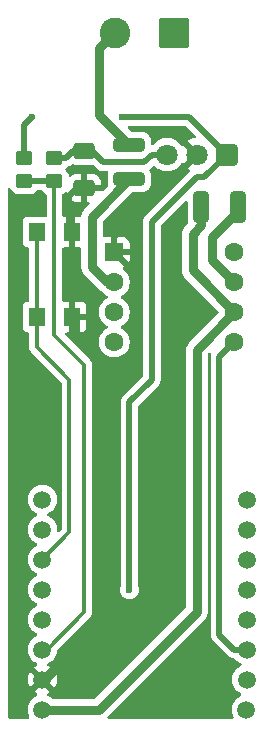
<source format=gbr>
G04 #@! TF.GenerationSoftware,KiCad,Pcbnew,9.0.6*
G04 #@! TF.CreationDate,2025-12-22T23:05:57+03:00*
G04 #@! TF.ProjectId,RainLight,5261696e-4c69-4676-9874-2e6b69636164,rev?*
G04 #@! TF.SameCoordinates,Original*
G04 #@! TF.FileFunction,Copper,L1,Top*
G04 #@! TF.FilePolarity,Positive*
%FSLAX46Y46*%
G04 Gerber Fmt 4.6, Leading zero omitted, Abs format (unit mm)*
G04 Created by KiCad (PCBNEW 9.0.6) date 2025-12-22 23:05:57*
%MOMM*%
%LPD*%
G01*
G04 APERTURE LIST*
G04 Aperture macros list*
%AMRoundRect*
0 Rectangle with rounded corners*
0 $1 Rounding radius*
0 $2 $3 $4 $5 $6 $7 $8 $9 X,Y pos of 4 corners*
0 Add a 4 corners polygon primitive as box body*
4,1,4,$2,$3,$4,$5,$6,$7,$8,$9,$2,$3,0*
0 Add four circle primitives for the rounded corners*
1,1,$1+$1,$2,$3*
1,1,$1+$1,$4,$5*
1,1,$1+$1,$6,$7*
1,1,$1+$1,$8,$9*
0 Add four rect primitives between the rounded corners*
20,1,$1+$1,$2,$3,$4,$5,0*
20,1,$1+$1,$4,$5,$6,$7,0*
20,1,$1+$1,$6,$7,$8,$9,0*
20,1,$1+$1,$8,$9,$2,$3,0*%
G04 Aperture macros list end*
G04 #@! TA.AperFunction,SMDPad,CuDef*
%ADD10RoundRect,0.250000X-0.650000X0.412500X-0.650000X-0.412500X0.650000X-0.412500X0.650000X0.412500X0*%
G04 #@! TD*
G04 #@! TA.AperFunction,SMDPad,CuDef*
%ADD11RoundRect,0.250000X-0.450000X0.350000X-0.450000X-0.350000X0.450000X-0.350000X0.450000X0.350000X0*%
G04 #@! TD*
G04 #@! TA.AperFunction,SMDPad,CuDef*
%ADD12RoundRect,0.250000X0.400000X1.075000X-0.400000X1.075000X-0.400000X-1.075000X0.400000X-1.075000X0*%
G04 #@! TD*
G04 #@! TA.AperFunction,SMDPad,CuDef*
%ADD13R,1.400000X1.600000*%
G04 #@! TD*
G04 #@! TA.AperFunction,ComponentPad*
%ADD14RoundRect,0.250000X-0.550000X-0.550000X0.550000X-0.550000X0.550000X0.550000X-0.550000X0.550000X0*%
G04 #@! TD*
G04 #@! TA.AperFunction,ComponentPad*
%ADD15C,1.600000*%
G04 #@! TD*
G04 #@! TA.AperFunction,SMDPad,CuDef*
%ADD16RoundRect,0.250000X0.450000X-0.350000X0.450000X0.350000X-0.450000X0.350000X-0.450000X-0.350000X0*%
G04 #@! TD*
G04 #@! TA.AperFunction,SMDPad,CuDef*
%ADD17RoundRect,0.250000X-1.075000X0.312500X-1.075000X-0.312500X1.075000X-0.312500X1.075000X0.312500X0*%
G04 #@! TD*
G04 #@! TA.AperFunction,ComponentPad*
%ADD18RoundRect,0.250000X1.050000X1.050000X-1.050000X1.050000X-1.050000X-1.050000X1.050000X-1.050000X0*%
G04 #@! TD*
G04 #@! TA.AperFunction,ComponentPad*
%ADD19C,2.600000*%
G04 #@! TD*
G04 #@! TA.AperFunction,ComponentPad*
%ADD20RoundRect,0.248400X0.651600X0.651600X-0.651600X0.651600X-0.651600X-0.651600X0.651600X-0.651600X0*%
G04 #@! TD*
G04 #@! TA.AperFunction,ComponentPad*
%ADD21C,1.800000*%
G04 #@! TD*
G04 #@! TA.AperFunction,ComponentPad*
%ADD22C,1.500000*%
G04 #@! TD*
G04 #@! TA.AperFunction,ViaPad*
%ADD23C,0.600000*%
G04 #@! TD*
G04 #@! TA.AperFunction,Conductor*
%ADD24C,0.800000*%
G04 #@! TD*
G04 #@! TA.AperFunction,Conductor*
%ADD25C,0.500000*%
G04 #@! TD*
G04 #@! TA.AperFunction,Conductor*
%ADD26C,0.300000*%
G04 #@! TD*
G04 APERTURE END LIST*
D10*
X103886000Y-61404900D03*
X103886000Y-58279900D03*
D11*
X98806000Y-58842400D03*
X98806000Y-60842400D03*
D12*
X116866000Y-63017400D03*
X113766000Y-63017400D03*
D13*
X102846000Y-65132400D03*
X102846000Y-72332400D03*
X99846000Y-65132400D03*
X99846000Y-72332400D03*
D14*
X106426000Y-66827400D03*
D15*
X106426000Y-69367400D03*
X106426000Y-71907399D03*
X106426000Y-74447400D03*
X116586000Y-74447400D03*
X116585999Y-71907400D03*
X116586000Y-69367400D03*
X116586000Y-66827400D03*
D16*
X101346000Y-60842400D03*
X101346000Y-58842400D03*
D17*
X107696000Y-57744900D03*
X107696000Y-60669900D03*
D18*
X111466000Y-48239900D03*
D19*
X106466000Y-48239900D03*
D20*
X115951000Y-58572400D03*
D21*
X113411000Y-58572400D03*
X110871001Y-58572400D03*
D22*
X100316000Y-87782400D03*
X100316000Y-90322400D03*
X100316000Y-92862400D03*
X100316000Y-95402400D03*
X100316000Y-97942400D03*
X117602000Y-105562400D03*
X117616000Y-103022400D03*
X117616000Y-100482400D03*
X117616000Y-97942400D03*
X117616000Y-95402400D03*
X117616000Y-92862400D03*
X117616000Y-90322400D03*
X117616000Y-87782400D03*
X100316000Y-100482400D03*
X100316000Y-105562400D03*
X100316000Y-103022400D03*
D23*
X107061000Y-55397400D03*
X99441000Y-55397400D03*
X113411000Y-103022400D03*
X112141000Y-103022400D03*
X110871000Y-103022400D03*
X107696000Y-95402400D03*
D24*
X107696000Y-60669900D02*
X104521000Y-63844900D01*
X104521000Y-63844900D02*
X104521000Y-68097400D01*
X104521000Y-68097400D02*
X105791000Y-69367400D01*
X105791000Y-69367400D02*
X106426000Y-69367400D01*
D25*
X102616000Y-64902400D02*
X102846000Y-65132400D01*
X102616000Y-62039900D02*
X102616000Y-64902400D01*
X109601000Y-58572400D02*
X110871001Y-58572400D01*
X103251000Y-61404900D02*
X102616000Y-62039900D01*
X103886000Y-61404900D02*
X103251000Y-61404900D01*
X103886000Y-58279900D02*
X104521000Y-58279900D01*
X105448500Y-59207400D02*
X108966000Y-59207400D01*
X104521000Y-58279900D02*
X105448500Y-59207400D01*
X108966000Y-59207400D02*
X109601000Y-58572400D01*
X101346000Y-58842400D02*
X102346000Y-58842400D01*
X102346000Y-58842400D02*
X102908500Y-58279900D01*
X102908500Y-58279900D02*
X103886000Y-58279900D01*
D24*
X116585999Y-71907400D02*
X113411000Y-75082400D01*
X113411000Y-75082400D02*
X113411000Y-97307400D01*
X113411000Y-97307400D02*
X105156000Y-105562400D01*
X105156000Y-105562400D02*
X99966000Y-105562400D01*
D25*
X98806000Y-56032400D02*
X99441000Y-55397400D01*
X98806000Y-58842400D02*
X98806000Y-56032400D01*
X107061000Y-55397400D02*
X112776000Y-55397400D01*
X112776000Y-55397400D02*
X115951000Y-58572400D01*
D24*
X106466000Y-48239900D02*
X105156000Y-49549900D01*
X105156000Y-49549900D02*
X105156000Y-55204900D01*
X105156000Y-55204900D02*
X107696000Y-57744900D01*
D26*
X99966000Y-100482400D02*
X100711000Y-100482400D01*
X101346000Y-73812400D02*
X101346000Y-60842400D01*
X100711000Y-100482400D02*
X103886000Y-97307400D01*
X103886000Y-97307400D02*
X103886000Y-76352400D01*
X103886000Y-76352400D02*
X101346000Y-73812400D01*
D25*
X98806000Y-60842400D02*
X101346000Y-60842400D01*
X107696000Y-95402400D02*
X107696000Y-79527400D01*
X113411000Y-60477400D02*
X114046000Y-60477400D01*
X107696000Y-79527400D02*
X109601000Y-77622400D01*
X109601000Y-77622400D02*
X109601000Y-64287400D01*
X109601000Y-64287400D02*
X113411000Y-60477400D01*
X114046000Y-60477400D02*
X115951000Y-58572400D01*
D24*
X113046000Y-68367401D02*
X113046000Y-65287400D01*
X114681000Y-65557400D02*
X114681000Y-67462400D01*
X113766000Y-64567400D02*
X113766000Y-63017400D01*
X116866000Y-63017400D02*
X116866000Y-63372400D01*
X116585999Y-71907400D02*
X113046000Y-68367401D01*
X116866000Y-63372400D02*
X114681000Y-65557400D01*
X114681000Y-67462400D02*
X116586000Y-69367400D01*
X113046000Y-65287400D02*
X113766000Y-64567400D01*
D25*
X106426000Y-66827400D02*
X108331000Y-68732400D01*
X108331000Y-68732400D02*
X108331000Y-75082400D01*
X108331000Y-75082400D02*
X106426000Y-76987400D01*
X106426000Y-97307400D02*
X100711000Y-103022400D01*
X106426000Y-76987400D02*
X106426000Y-97307400D01*
X100711000Y-103022400D02*
X99966000Y-103022400D01*
X102846000Y-72332400D02*
X103286000Y-72772400D01*
X103286000Y-73847400D02*
X106426000Y-76987400D01*
X103286000Y-72772400D02*
X103286000Y-73847400D01*
X106426000Y-76987400D02*
X106426000Y-78257400D01*
X116586000Y-100482400D02*
X115316000Y-99212400D01*
X113411000Y-58572400D02*
X106426000Y-65557400D01*
X106426000Y-65557400D02*
X106426000Y-66827400D01*
X115316000Y-99212400D02*
X115316000Y-75717400D01*
X117966000Y-100482400D02*
X116586000Y-100482400D01*
X115316000Y-75717400D02*
X116586000Y-74447400D01*
D26*
X99846000Y-72332400D02*
X99846000Y-74852400D01*
X102616000Y-77622400D02*
X102616000Y-90562400D01*
X99846000Y-74852400D02*
X102616000Y-77622400D01*
X102616000Y-90562400D02*
X100316000Y-92862400D01*
D25*
X102846000Y-65132400D02*
X102846000Y-72332400D01*
D26*
X99846000Y-65132400D02*
X99846000Y-72332400D01*
G04 #@! TA.AperFunction,Conductor*
G36*
X97619403Y-61410912D02*
G01*
X97655905Y-61465619D01*
X97671186Y-61511734D01*
X97763288Y-61661056D01*
X97887344Y-61785112D01*
X98036666Y-61877214D01*
X98203203Y-61932399D01*
X98305991Y-61942900D01*
X99306008Y-61942899D01*
X99306016Y-61942898D01*
X99306019Y-61942898D01*
X99362302Y-61937148D01*
X99408797Y-61932399D01*
X99575334Y-61877214D01*
X99724656Y-61785112D01*
X99848712Y-61661056D01*
X99854420Y-61651802D01*
X99862006Y-61644978D01*
X99866245Y-61635697D01*
X99887543Y-61622009D01*
X99906368Y-61605078D01*
X99918004Y-61602433D01*
X99925023Y-61597923D01*
X99959958Y-61592900D01*
X100192042Y-61592900D01*
X100259081Y-61612585D01*
X100297580Y-61651802D01*
X100303288Y-61661056D01*
X100427344Y-61785112D01*
X100576666Y-61877214D01*
X100610500Y-61888425D01*
X100667947Y-61928196D01*
X100694772Y-61992711D01*
X100695500Y-62006132D01*
X100695500Y-63707900D01*
X100675815Y-63774939D01*
X100623011Y-63820694D01*
X100571500Y-63831900D01*
X99098129Y-63831900D01*
X99098123Y-63831901D01*
X99038516Y-63838308D01*
X98903671Y-63888602D01*
X98903664Y-63888606D01*
X98788455Y-63974852D01*
X98788452Y-63974855D01*
X98702206Y-64090064D01*
X98702202Y-64090071D01*
X98651908Y-64224917D01*
X98645501Y-64284516D01*
X98645500Y-64284535D01*
X98645500Y-65980270D01*
X98645501Y-65980276D01*
X98651908Y-66039883D01*
X98702202Y-66174728D01*
X98702206Y-66174735D01*
X98788452Y-66289944D01*
X98788455Y-66289947D01*
X98903664Y-66376193D01*
X98903671Y-66376197D01*
X99038516Y-66426491D01*
X99084757Y-66431463D01*
X99149307Y-66458201D01*
X99189155Y-66515594D01*
X99195500Y-66554752D01*
X99195500Y-70910048D01*
X99175815Y-70977087D01*
X99123011Y-71022842D01*
X99084755Y-71033338D01*
X99038516Y-71038309D01*
X98903671Y-71088602D01*
X98903664Y-71088606D01*
X98788455Y-71174852D01*
X98788452Y-71174855D01*
X98702206Y-71290064D01*
X98702202Y-71290071D01*
X98651908Y-71424917D01*
X98645501Y-71484516D01*
X98645500Y-71484535D01*
X98645500Y-73180270D01*
X98645501Y-73180276D01*
X98651908Y-73239883D01*
X98702202Y-73374728D01*
X98702206Y-73374735D01*
X98788452Y-73489944D01*
X98788455Y-73489947D01*
X98903664Y-73576193D01*
X98903671Y-73576197D01*
X99038516Y-73626491D01*
X99084757Y-73631463D01*
X99149307Y-73658201D01*
X99189155Y-73715594D01*
X99195500Y-73754752D01*
X99195500Y-74916469D01*
X99211269Y-74995742D01*
X99220499Y-75042144D01*
X99269535Y-75160527D01*
X99340723Y-75267069D01*
X99340726Y-75267073D01*
X99340727Y-75267074D01*
X101929181Y-77855527D01*
X101962666Y-77916850D01*
X101965500Y-77943208D01*
X101965500Y-90241591D01*
X101956855Y-90271031D01*
X101950332Y-90301018D01*
X101946577Y-90306033D01*
X101945815Y-90308630D01*
X101929181Y-90329272D01*
X101778181Y-90480272D01*
X101716858Y-90513757D01*
X101647166Y-90508773D01*
X101591233Y-90466901D01*
X101566816Y-90401437D01*
X101566500Y-90392591D01*
X101566500Y-90223977D01*
X101535709Y-90029573D01*
X101474882Y-89842370D01*
X101385523Y-89666994D01*
X101269828Y-89507754D01*
X101130646Y-89368572D01*
X101051025Y-89310724D01*
X100971403Y-89252874D01*
X100794787Y-89162885D01*
X100743990Y-89114911D01*
X100727195Y-89047090D01*
X100749732Y-88980955D01*
X100794787Y-88941915D01*
X100971403Y-88851925D01*
X100971402Y-88851925D01*
X100971405Y-88851924D01*
X101130646Y-88736228D01*
X101269828Y-88597046D01*
X101385524Y-88437805D01*
X101474884Y-88262425D01*
X101535709Y-88075226D01*
X101566500Y-87880822D01*
X101566500Y-87683977D01*
X101535709Y-87489573D01*
X101474882Y-87302370D01*
X101385523Y-87126994D01*
X101269828Y-86967754D01*
X101130646Y-86828572D01*
X100971405Y-86712876D01*
X100796029Y-86623517D01*
X100608826Y-86562690D01*
X100414422Y-86531900D01*
X100414417Y-86531900D01*
X100217583Y-86531900D01*
X100217578Y-86531900D01*
X100023173Y-86562690D01*
X99835970Y-86623517D01*
X99660594Y-86712876D01*
X99569741Y-86778885D01*
X99501354Y-86828572D01*
X99501352Y-86828574D01*
X99501351Y-86828574D01*
X99362174Y-86967751D01*
X99362174Y-86967752D01*
X99362172Y-86967754D01*
X99312485Y-87036141D01*
X99246476Y-87126994D01*
X99157117Y-87302370D01*
X99096290Y-87489573D01*
X99065500Y-87683977D01*
X99065500Y-87880822D01*
X99096290Y-88075226D01*
X99157117Y-88262429D01*
X99246476Y-88437805D01*
X99362172Y-88597046D01*
X99501354Y-88736228D01*
X99660595Y-88851924D01*
X99783992Y-88914797D01*
X99837213Y-88941915D01*
X99888009Y-88989889D01*
X99904804Y-89057710D01*
X99882267Y-89123845D01*
X99837213Y-89162885D01*
X99660594Y-89252876D01*
X99569741Y-89318885D01*
X99501354Y-89368572D01*
X99501352Y-89368574D01*
X99501351Y-89368574D01*
X99362174Y-89507751D01*
X99362174Y-89507752D01*
X99362172Y-89507754D01*
X99312485Y-89576141D01*
X99246476Y-89666994D01*
X99157117Y-89842370D01*
X99096290Y-90029573D01*
X99065500Y-90223977D01*
X99065500Y-90420822D01*
X99096290Y-90615226D01*
X99157117Y-90802429D01*
X99191815Y-90870527D01*
X99246476Y-90977805D01*
X99362172Y-91137046D01*
X99501354Y-91276228D01*
X99660595Y-91391924D01*
X99783992Y-91454797D01*
X99837213Y-91481915D01*
X99888009Y-91529889D01*
X99904804Y-91597710D01*
X99882267Y-91663845D01*
X99837213Y-91702885D01*
X99660594Y-91792876D01*
X99569741Y-91858885D01*
X99501354Y-91908572D01*
X99501352Y-91908574D01*
X99501351Y-91908574D01*
X99362174Y-92047751D01*
X99362174Y-92047752D01*
X99362172Y-92047754D01*
X99312485Y-92116141D01*
X99246476Y-92206994D01*
X99157117Y-92382370D01*
X99096290Y-92569573D01*
X99065500Y-92763977D01*
X99065500Y-92960822D01*
X99096290Y-93155226D01*
X99157117Y-93342429D01*
X99246476Y-93517805D01*
X99362172Y-93677046D01*
X99501354Y-93816228D01*
X99660595Y-93931924D01*
X99783992Y-93994797D01*
X99837213Y-94021915D01*
X99888009Y-94069889D01*
X99904804Y-94137710D01*
X99882267Y-94203845D01*
X99837213Y-94242885D01*
X99660594Y-94332876D01*
X99569741Y-94398885D01*
X99501354Y-94448572D01*
X99501352Y-94448574D01*
X99501351Y-94448574D01*
X99362174Y-94587751D01*
X99362174Y-94587752D01*
X99362172Y-94587754D01*
X99312485Y-94656141D01*
X99246476Y-94746994D01*
X99157117Y-94922370D01*
X99096290Y-95109573D01*
X99065500Y-95303977D01*
X99065500Y-95500822D01*
X99096290Y-95695226D01*
X99157117Y-95882429D01*
X99229346Y-96024186D01*
X99246476Y-96057805D01*
X99362172Y-96217046D01*
X99501354Y-96356228D01*
X99660595Y-96471924D01*
X99783992Y-96534797D01*
X99837213Y-96561915D01*
X99888009Y-96609889D01*
X99904804Y-96677710D01*
X99882267Y-96743845D01*
X99837213Y-96782885D01*
X99660594Y-96872876D01*
X99575915Y-96934400D01*
X99501354Y-96988572D01*
X99501352Y-96988574D01*
X99501351Y-96988574D01*
X99362174Y-97127751D01*
X99362174Y-97127752D01*
X99362172Y-97127754D01*
X99312485Y-97196141D01*
X99246476Y-97286994D01*
X99157117Y-97462370D01*
X99096290Y-97649573D01*
X99065500Y-97843977D01*
X99065500Y-98040822D01*
X99096290Y-98235226D01*
X99157117Y-98422429D01*
X99225629Y-98556890D01*
X99246476Y-98597805D01*
X99362172Y-98757046D01*
X99501354Y-98896228D01*
X99660595Y-99011924D01*
X99783992Y-99074797D01*
X99837213Y-99101915D01*
X99888009Y-99149889D01*
X99904804Y-99217710D01*
X99882267Y-99283845D01*
X99837213Y-99322885D01*
X99660594Y-99412876D01*
X99635213Y-99431317D01*
X99501354Y-99528572D01*
X99501352Y-99528574D01*
X99501351Y-99528574D01*
X99362174Y-99667751D01*
X99362174Y-99667752D01*
X99362172Y-99667754D01*
X99345413Y-99690821D01*
X99246476Y-99826994D01*
X99157117Y-100002370D01*
X99096290Y-100189573D01*
X99065500Y-100383977D01*
X99065500Y-100580822D01*
X99096290Y-100775226D01*
X99157117Y-100962429D01*
X99246476Y-101137805D01*
X99362172Y-101297046D01*
X99501354Y-101436228D01*
X99620784Y-101523000D01*
X99660596Y-101551925D01*
X99837763Y-101642195D01*
X99888560Y-101690169D01*
X99905355Y-101757990D01*
X99882818Y-101824125D01*
X99837764Y-101863165D01*
X99660859Y-101953302D01*
X99625873Y-101978720D01*
X99625872Y-101978720D01*
X100247828Y-102600674D01*
X100151956Y-102626363D01*
X100055044Y-102682316D01*
X99975916Y-102761444D01*
X99919963Y-102858356D01*
X99894274Y-102954227D01*
X99272320Y-102332272D01*
X99272320Y-102332273D01*
X99246902Y-102367259D01*
X99246899Y-102367263D01*
X99157582Y-102542561D01*
X99096778Y-102729694D01*
X99066000Y-102924017D01*
X99066000Y-103120782D01*
X99096778Y-103315105D01*
X99157581Y-103502235D01*
X99246905Y-103677545D01*
X99272319Y-103712525D01*
X99272320Y-103712525D01*
X99894274Y-103090571D01*
X99919963Y-103186444D01*
X99975916Y-103283356D01*
X100055044Y-103362484D01*
X100151956Y-103418437D01*
X100247827Y-103444125D01*
X99625873Y-104066077D01*
X99625873Y-104066078D01*
X99660858Y-104091496D01*
X99837764Y-104181634D01*
X99888560Y-104229609D01*
X99905355Y-104297430D01*
X99882818Y-104363564D01*
X99837764Y-104402604D01*
X99660594Y-104492876D01*
X99569741Y-104558885D01*
X99501354Y-104608572D01*
X99501352Y-104608574D01*
X99501351Y-104608574D01*
X99362174Y-104747751D01*
X99362174Y-104747752D01*
X99362172Y-104747754D01*
X99312485Y-104816141D01*
X99246476Y-104906994D01*
X99157117Y-105082370D01*
X99096290Y-105269573D01*
X99065500Y-105463977D01*
X99065500Y-105660822D01*
X99096290Y-105855226D01*
X99157117Y-106042429D01*
X99196754Y-106120219D01*
X99200054Y-106126697D01*
X99212746Y-106151605D01*
X99225642Y-106220274D01*
X99199366Y-106285015D01*
X99142259Y-106325272D01*
X99102261Y-106331900D01*
X97538200Y-106331900D01*
X97471161Y-106312215D01*
X97425406Y-106259411D01*
X97414200Y-106207900D01*
X97414200Y-61504625D01*
X97433885Y-61437586D01*
X97486689Y-61391831D01*
X97555847Y-61381887D01*
X97619403Y-61410912D01*
G37*
G04 #@! TD.AperFunction*
G04 #@! TA.AperFunction,Conductor*
G36*
X114481303Y-75349602D02*
G01*
X114515159Y-75351417D01*
X114516092Y-75352090D01*
X114517238Y-75352172D01*
X114544352Y-75372468D01*
X114571831Y-75392284D01*
X114572251Y-75393353D01*
X114573172Y-75394042D01*
X114585017Y-75425800D01*
X114597412Y-75457302D01*
X114597331Y-75458811D01*
X114597590Y-75459506D01*
X114595523Y-75492546D01*
X114565500Y-75643479D01*
X114565500Y-75643482D01*
X114565500Y-99286318D01*
X114565500Y-99286320D01*
X114565499Y-99286320D01*
X114594340Y-99431307D01*
X114594343Y-99431317D01*
X114650914Y-99567892D01*
X114683812Y-99617127D01*
X114683813Y-99617130D01*
X114733046Y-99690814D01*
X114733052Y-99690821D01*
X116003049Y-100960816D01*
X116107584Y-101065351D01*
X116107585Y-101065352D01*
X116230498Y-101147480D01*
X116230511Y-101147487D01*
X116367082Y-101204056D01*
X116367087Y-101204058D01*
X116367091Y-101204058D01*
X116367092Y-101204059D01*
X116512079Y-101232900D01*
X116512082Y-101232900D01*
X116552386Y-101232900D01*
X116619425Y-101252585D01*
X116652702Y-101284012D01*
X116662172Y-101297046D01*
X116801354Y-101436228D01*
X116960595Y-101551924D01*
X117083992Y-101614797D01*
X117137213Y-101641915D01*
X117188009Y-101689889D01*
X117204804Y-101757710D01*
X117182267Y-101823845D01*
X117137213Y-101862885D01*
X116960594Y-101952876D01*
X116869741Y-102018885D01*
X116801354Y-102068572D01*
X116801352Y-102068574D01*
X116801351Y-102068574D01*
X116662174Y-102207751D01*
X116662174Y-102207752D01*
X116662172Y-102207754D01*
X116612485Y-102276141D01*
X116546476Y-102366994D01*
X116457117Y-102542370D01*
X116396290Y-102729573D01*
X116365500Y-102923977D01*
X116365500Y-103120822D01*
X116396290Y-103315226D01*
X116457117Y-103502429D01*
X116546343Y-103677543D01*
X116546476Y-103677805D01*
X116662172Y-103837046D01*
X116801354Y-103976228D01*
X116960595Y-104091924D01*
X117118125Y-104172189D01*
X117130615Y-104178553D01*
X117181411Y-104226527D01*
X117198206Y-104294348D01*
X117175669Y-104360483D01*
X117125831Y-104400353D01*
X117126316Y-104401304D01*
X116946594Y-104492876D01*
X116855741Y-104558885D01*
X116787354Y-104608572D01*
X116787352Y-104608574D01*
X116787351Y-104608574D01*
X116648174Y-104747751D01*
X116648174Y-104747752D01*
X116648172Y-104747754D01*
X116598485Y-104816141D01*
X116532476Y-104906994D01*
X116443117Y-105082370D01*
X116382290Y-105269573D01*
X116351500Y-105463977D01*
X116351500Y-105660822D01*
X116382290Y-105855226D01*
X116443117Y-106042429D01*
X116482754Y-106120219D01*
X116486054Y-106126697D01*
X116498746Y-106151605D01*
X116511642Y-106220274D01*
X116485366Y-106285015D01*
X116428259Y-106325272D01*
X116388261Y-106331900D01*
X105959363Y-106331900D01*
X105892324Y-106312215D01*
X105846569Y-106259411D01*
X105836625Y-106190253D01*
X105865650Y-106126697D01*
X105871682Y-106120219D01*
X111989530Y-100002370D01*
X114110464Y-97881436D01*
X114149936Y-97822359D01*
X114209013Y-97733947D01*
X114258064Y-97615527D01*
X114276895Y-97570066D01*
X114311500Y-97396092D01*
X114311500Y-97218708D01*
X114311500Y-75506761D01*
X114331185Y-75439722D01*
X114347818Y-75419081D01*
X114386226Y-75380672D01*
X114415936Y-75364449D01*
X114445390Y-75347677D01*
X114446537Y-75347738D01*
X114447546Y-75347188D01*
X114481303Y-75349602D01*
G37*
G04 #@! TD.AperFunction*
G04 #@! TA.AperFunction,Conductor*
G36*
X112991667Y-58746094D02*
G01*
X113050910Y-58848706D01*
X113134694Y-58932490D01*
X113237306Y-58991733D01*
X113322413Y-59014537D01*
X112613485Y-59723465D01*
X112613485Y-59723466D01*
X112677243Y-59769788D01*
X112776908Y-59820570D01*
X112827704Y-59868544D01*
X112844499Y-59936365D01*
X112821962Y-60002500D01*
X112808294Y-60018736D01*
X109018050Y-63808980D01*
X109018044Y-63808988D01*
X108968812Y-63882668D01*
X108968813Y-63882669D01*
X108935921Y-63931896D01*
X108935914Y-63931908D01*
X108879342Y-64068486D01*
X108879340Y-64068492D01*
X108850500Y-64213479D01*
X108850500Y-77260169D01*
X108830815Y-77327208D01*
X108814181Y-77347850D01*
X107113050Y-79048980D01*
X107113044Y-79048988D01*
X107063812Y-79122668D01*
X107063813Y-79122669D01*
X107030921Y-79171896D01*
X107030914Y-79171908D01*
X106974342Y-79308486D01*
X106974340Y-79308492D01*
X106945500Y-79453479D01*
X106945500Y-95097796D01*
X106936062Y-95145244D01*
X106926263Y-95168903D01*
X106926262Y-95168906D01*
X106926260Y-95168911D01*
X106895500Y-95323553D01*
X106895500Y-95481246D01*
X106926261Y-95635889D01*
X106926264Y-95635901D01*
X106986602Y-95781572D01*
X106986609Y-95781585D01*
X107074210Y-95912688D01*
X107074213Y-95912692D01*
X107185707Y-96024186D01*
X107185711Y-96024189D01*
X107316814Y-96111790D01*
X107316827Y-96111797D01*
X107462498Y-96172135D01*
X107462503Y-96172137D01*
X107617153Y-96202899D01*
X107617156Y-96202900D01*
X107617158Y-96202900D01*
X107774844Y-96202900D01*
X107774845Y-96202899D01*
X107929497Y-96172137D01*
X108075179Y-96111794D01*
X108206289Y-96024189D01*
X108317789Y-95912689D01*
X108405394Y-95781579D01*
X108465737Y-95635897D01*
X108496500Y-95481242D01*
X108496500Y-95323558D01*
X108496500Y-95323555D01*
X108496499Y-95323553D01*
X108465739Y-95168911D01*
X108465738Y-95168908D01*
X108465737Y-95168903D01*
X108455937Y-95145244D01*
X108446500Y-95097796D01*
X108446500Y-79889630D01*
X108466185Y-79822591D01*
X108482819Y-79801949D01*
X109235788Y-79048980D01*
X110183952Y-78100816D01*
X110233186Y-78027129D01*
X110266084Y-77977895D01*
X110322658Y-77841313D01*
X110351500Y-77696318D01*
X110351500Y-64649629D01*
X110371185Y-64582590D01*
X110387819Y-64561948D01*
X111367534Y-63582233D01*
X112403821Y-62545945D01*
X112465142Y-62512462D01*
X112534834Y-62517446D01*
X112590767Y-62559318D01*
X112615184Y-62624782D01*
X112615500Y-62633628D01*
X112615500Y-64142401D01*
X112615501Y-64142418D01*
X112626000Y-64245196D01*
X112626001Y-64245199D01*
X112648909Y-64314330D01*
X112651311Y-64384159D01*
X112618884Y-64441015D01*
X112346538Y-64713361D01*
X112346532Y-64713369D01*
X112318690Y-64755037D01*
X112318682Y-64755050D01*
X112315785Y-64759387D01*
X112247987Y-64860853D01*
X112214103Y-64942656D01*
X112211437Y-64949091D01*
X112211437Y-64949092D01*
X112180105Y-65024733D01*
X112180103Y-65024741D01*
X112145500Y-65198703D01*
X112145500Y-68456097D01*
X112180103Y-68630060D01*
X112180106Y-68630071D01*
X112195323Y-68666805D01*
X112197241Y-68671435D01*
X112247987Y-68793948D01*
X112297588Y-68868181D01*
X112301566Y-68874135D01*
X112301571Y-68874144D01*
X112346532Y-68941432D01*
X112346538Y-68941440D01*
X115224818Y-71819719D01*
X115258303Y-71881042D01*
X115253319Y-71950734D01*
X115224818Y-71995081D01*
X112711536Y-74508363D01*
X112702884Y-74521314D01*
X112702881Y-74521318D01*
X112612985Y-74655855D01*
X112612984Y-74655857D01*
X112573223Y-74751851D01*
X112573223Y-74751852D01*
X112545105Y-74819733D01*
X112545103Y-74819741D01*
X112510500Y-74993703D01*
X112510500Y-96883038D01*
X112490815Y-96950077D01*
X112474181Y-96970719D01*
X104819319Y-104625581D01*
X104757996Y-104659066D01*
X104731638Y-104661900D01*
X101235336Y-104661900D01*
X101168297Y-104642215D01*
X101147655Y-104625581D01*
X101130648Y-104608574D01*
X101130646Y-104608572D01*
X100971405Y-104492876D01*
X100796025Y-104403516D01*
X100796024Y-104403515D01*
X100794235Y-104402604D01*
X100743439Y-104354630D01*
X100726644Y-104286809D01*
X100749181Y-104220674D01*
X100794236Y-104181634D01*
X100971141Y-104091497D01*
X101006125Y-104066078D01*
X101006126Y-104066078D01*
X100384173Y-103444125D01*
X100480044Y-103418437D01*
X100576956Y-103362484D01*
X100656084Y-103283356D01*
X100712037Y-103186444D01*
X100737725Y-103090573D01*
X101359678Y-103712526D01*
X101359678Y-103712525D01*
X101385095Y-103677543D01*
X101474418Y-103502235D01*
X101535221Y-103315105D01*
X101566000Y-103120782D01*
X101566000Y-102924017D01*
X101535221Y-102729694D01*
X101474418Y-102542564D01*
X101385096Y-102367258D01*
X101359678Y-102332273D01*
X101359677Y-102332273D01*
X100737725Y-102954226D01*
X100712037Y-102858356D01*
X100656084Y-102761444D01*
X100576956Y-102682316D01*
X100480044Y-102626363D01*
X100384172Y-102600674D01*
X101006125Y-101978720D01*
X101006125Y-101978719D01*
X100971145Y-101953305D01*
X100794235Y-101863165D01*
X100743439Y-101815190D01*
X100726644Y-101747369D01*
X100749182Y-101681234D01*
X100794236Y-101642195D01*
X100796022Y-101641284D01*
X100796025Y-101641284D01*
X100971405Y-101551924D01*
X101130646Y-101436228D01*
X101269828Y-101297046D01*
X101385524Y-101137805D01*
X101474884Y-100962425D01*
X101535709Y-100775226D01*
X101566591Y-100580245D01*
X101596520Y-100517110D01*
X101601365Y-100511980D01*
X104391277Y-97722069D01*
X104462465Y-97615527D01*
X104511501Y-97497144D01*
X104518417Y-97462375D01*
X104536500Y-97371469D01*
X104536500Y-76288331D01*
X104536500Y-76288328D01*
X104511502Y-76162661D01*
X104511501Y-76162660D01*
X104511501Y-76162656D01*
X104462465Y-76044273D01*
X104398335Y-75948295D01*
X104391276Y-75937730D01*
X102297627Y-73844081D01*
X102264142Y-73782758D01*
X102269126Y-73713066D01*
X102310998Y-73657133D01*
X102376462Y-73632716D01*
X102385308Y-73632400D01*
X102596000Y-73632400D01*
X103096000Y-73632400D01*
X103593828Y-73632400D01*
X103593844Y-73632399D01*
X103653372Y-73625998D01*
X103653379Y-73625996D01*
X103788086Y-73575754D01*
X103788093Y-73575750D01*
X103903187Y-73489590D01*
X103903190Y-73489587D01*
X103989350Y-73374493D01*
X103989354Y-73374486D01*
X104039596Y-73239779D01*
X104039598Y-73239772D01*
X104045999Y-73180244D01*
X104046000Y-73180227D01*
X104046000Y-72582400D01*
X103096000Y-72582400D01*
X103096000Y-73632400D01*
X102596000Y-73632400D01*
X102596000Y-72082400D01*
X103096000Y-72082400D01*
X104046000Y-72082400D01*
X104046000Y-71484572D01*
X104045999Y-71484555D01*
X104039598Y-71425027D01*
X104039596Y-71425020D01*
X103989354Y-71290313D01*
X103989350Y-71290306D01*
X103903190Y-71175212D01*
X103903187Y-71175209D01*
X103788093Y-71089049D01*
X103788086Y-71089045D01*
X103653379Y-71038803D01*
X103653372Y-71038801D01*
X103593844Y-71032400D01*
X103096000Y-71032400D01*
X103096000Y-72082400D01*
X102596000Y-72082400D01*
X102596000Y-71032400D01*
X102120500Y-71032400D01*
X102053461Y-71012715D01*
X102007706Y-70959911D01*
X101996500Y-70908400D01*
X101996500Y-66556400D01*
X102016185Y-66489361D01*
X102068989Y-66443606D01*
X102120500Y-66432400D01*
X102596000Y-66432400D01*
X102596000Y-63832400D01*
X102120500Y-63832400D01*
X102053461Y-63812715D01*
X102007706Y-63759911D01*
X101996500Y-63708400D01*
X101996500Y-62006132D01*
X102016185Y-61939093D01*
X102068989Y-61893338D01*
X102081495Y-61888426D01*
X102115334Y-61877214D01*
X102264656Y-61785112D01*
X102274318Y-61775449D01*
X102335638Y-61741964D01*
X102405330Y-61746946D01*
X102461265Y-61788815D01*
X102485684Y-61854279D01*
X102486000Y-61863112D01*
X102486000Y-61867362D01*
X102486001Y-61867387D01*
X102496494Y-61970097D01*
X102551641Y-62136519D01*
X102551643Y-62136524D01*
X102643684Y-62285745D01*
X102767654Y-62409715D01*
X102916875Y-62501756D01*
X102916880Y-62501758D01*
X103083302Y-62556905D01*
X103083309Y-62556906D01*
X103186019Y-62567399D01*
X103635999Y-62567399D01*
X103636000Y-62567398D01*
X103636000Y-61154900D01*
X104136000Y-61154900D01*
X105285999Y-61154900D01*
X105285999Y-60942428D01*
X105285998Y-60942413D01*
X105275505Y-60839702D01*
X105220358Y-60673280D01*
X105220356Y-60673275D01*
X105128315Y-60524054D01*
X105004345Y-60400084D01*
X104855124Y-60308043D01*
X104855119Y-60308041D01*
X104688697Y-60252894D01*
X104688690Y-60252893D01*
X104585986Y-60242400D01*
X104136000Y-60242400D01*
X104136000Y-61154900D01*
X103636000Y-61154900D01*
X103636000Y-60242400D01*
X103186028Y-60242400D01*
X103186012Y-60242401D01*
X103083302Y-60252894D01*
X102916880Y-60308041D01*
X102916875Y-60308043D01*
X102767654Y-60400084D01*
X102747593Y-60420145D01*
X102686270Y-60453629D01*
X102616578Y-60448643D01*
X102560645Y-60406770D01*
X102536556Y-60345059D01*
X102535999Y-60339603D01*
X102480814Y-60173066D01*
X102388712Y-60023744D01*
X102295049Y-59930081D01*
X102292300Y-59925046D01*
X102287530Y-59921855D01*
X102275739Y-59894717D01*
X102261564Y-59868758D01*
X102261973Y-59863034D01*
X102259687Y-59857773D01*
X102264437Y-59828576D01*
X102266548Y-59799066D01*
X102270227Y-59792993D01*
X102270908Y-59788810D01*
X102283755Y-59770666D01*
X102290536Y-59759477D01*
X102292727Y-59757040D01*
X102388712Y-59661056D01*
X102409774Y-59626907D01*
X102417249Y-59618597D01*
X102437851Y-59605889D01*
X102455848Y-59589701D01*
X102473789Y-59583722D01*
X102476716Y-59581917D01*
X102479075Y-59581960D01*
X102485244Y-59579904D01*
X102564913Y-59564058D01*
X102701495Y-59507484D01*
X102750729Y-59474586D01*
X102824416Y-59425352D01*
X102836698Y-59413069D01*
X102845033Y-59407113D01*
X102868736Y-59398864D01*
X102890767Y-59386833D01*
X102901653Y-59387409D01*
X102911021Y-59384149D01*
X102931012Y-59388962D01*
X102956131Y-59390291D01*
X103083203Y-59432399D01*
X103185991Y-59442900D01*
X104571269Y-59442899D01*
X104638308Y-59462584D01*
X104658950Y-59479218D01*
X104970086Y-59790354D01*
X104995124Y-59807082D01*
X105007644Y-59815448D01*
X105093005Y-59872484D01*
X105093006Y-59872484D01*
X105093007Y-59872485D01*
X105146031Y-59894448D01*
X105229587Y-59929058D01*
X105229591Y-59929058D01*
X105229592Y-59929059D01*
X105374579Y-59957900D01*
X105374582Y-59957900D01*
X105374583Y-59957900D01*
X105522417Y-59957900D01*
X105791031Y-59957900D01*
X105858070Y-59977585D01*
X105903825Y-60030389D01*
X105913769Y-60099547D01*
X105908739Y-60120892D01*
X105891451Y-60173068D01*
X105881000Y-60204606D01*
X105870500Y-60307383D01*
X105870500Y-61032401D01*
X105870501Y-61032419D01*
X105881689Y-61141933D01*
X105879564Y-61142150D01*
X105875097Y-61201706D01*
X105846747Y-61245651D01*
X105449430Y-61642967D01*
X105388107Y-61676452D01*
X105318415Y-61671468D01*
X105292636Y-61654900D01*
X104136000Y-61654900D01*
X104136000Y-62567399D01*
X104225638Y-62567399D01*
X104292677Y-62587084D01*
X104338432Y-62639888D01*
X104348376Y-62709046D01*
X104319351Y-62772602D01*
X104313319Y-62779080D01*
X103821538Y-63270860D01*
X103821537Y-63270861D01*
X103784297Y-63326596D01*
X103782063Y-63329940D01*
X103722987Y-63418353D01*
X103705285Y-63461091D01*
X103702160Y-63468634D01*
X103702156Y-63468642D01*
X103655105Y-63582233D01*
X103655103Y-63582241D01*
X103625197Y-63732591D01*
X103592812Y-63794502D01*
X103532097Y-63829076D01*
X103503580Y-63832400D01*
X103096000Y-63832400D01*
X103096000Y-66432400D01*
X103496500Y-66432400D01*
X103563539Y-66452085D01*
X103609294Y-66504889D01*
X103620500Y-66556400D01*
X103620500Y-68186096D01*
X103655103Y-68360058D01*
X103655105Y-68360066D01*
X103686526Y-68435924D01*
X103686529Y-68435929D01*
X103689046Y-68442006D01*
X103722987Y-68523947D01*
X103782063Y-68612359D01*
X103785169Y-68617007D01*
X103785172Y-68617013D01*
X103821534Y-68671434D01*
X105216966Y-70066866D01*
X105255291Y-70092472D01*
X105276040Y-70106336D01*
X105364453Y-70165413D01*
X105389563Y-70175813D01*
X105397890Y-70180918D01*
X105413129Y-70197767D01*
X105430359Y-70211349D01*
X105430870Y-70210914D01*
X105433059Y-70213477D01*
X105433400Y-70213746D01*
X105434033Y-70214618D01*
X105578786Y-70359371D01*
X105744385Y-70479684D01*
X105744387Y-70479685D01*
X105744390Y-70479687D01*
X105837080Y-70526915D01*
X105887875Y-70574888D01*
X105904670Y-70642709D01*
X105882133Y-70708844D01*
X105837079Y-70747883D01*
X105744391Y-70795110D01*
X105744389Y-70795111D01*
X105578786Y-70915427D01*
X105434028Y-71060185D01*
X105313715Y-71225785D01*
X105220781Y-71408175D01*
X105157522Y-71602864D01*
X105125500Y-71805047D01*
X105125500Y-72009750D01*
X105157522Y-72211933D01*
X105220781Y-72406622D01*
X105313715Y-72589012D01*
X105434028Y-72754612D01*
X105578786Y-72899370D01*
X105744385Y-73019683D01*
X105744387Y-73019684D01*
X105744390Y-73019686D01*
X105837082Y-73066915D01*
X105887877Y-73114888D01*
X105904672Y-73182709D01*
X105882135Y-73248844D01*
X105837081Y-73287883D01*
X105744391Y-73335111D01*
X105744389Y-73335112D01*
X105578786Y-73455428D01*
X105434028Y-73600186D01*
X105313715Y-73765786D01*
X105220781Y-73948176D01*
X105157522Y-74142865D01*
X105125500Y-74345048D01*
X105125500Y-74549751D01*
X105157522Y-74751934D01*
X105220781Y-74946623D01*
X105313715Y-75129013D01*
X105434028Y-75294613D01*
X105578786Y-75439371D01*
X105733749Y-75551956D01*
X105744390Y-75559687D01*
X105860607Y-75618903D01*
X105926776Y-75652618D01*
X105926778Y-75652618D01*
X105926781Y-75652620D01*
X106031137Y-75686527D01*
X106121465Y-75715877D01*
X106205564Y-75729197D01*
X106323648Y-75747900D01*
X106323649Y-75747900D01*
X106528351Y-75747900D01*
X106528352Y-75747900D01*
X106730534Y-75715877D01*
X106925219Y-75652620D01*
X107107610Y-75559687D01*
X107200590Y-75492132D01*
X107273213Y-75439371D01*
X107273215Y-75439368D01*
X107273219Y-75439366D01*
X107417966Y-75294619D01*
X107417968Y-75294615D01*
X107417971Y-75294613D01*
X107470732Y-75221990D01*
X107538287Y-75129010D01*
X107631220Y-74946619D01*
X107694477Y-74751934D01*
X107726500Y-74549752D01*
X107726500Y-74345048D01*
X107694477Y-74142865D01*
X107661383Y-74041013D01*
X107631220Y-73948181D01*
X107631218Y-73948178D01*
X107631218Y-73948176D01*
X107578178Y-73844081D01*
X107538287Y-73765790D01*
X107499981Y-73713066D01*
X107417971Y-73600186D01*
X107273213Y-73455428D01*
X107107613Y-73335115D01*
X107107612Y-73335114D01*
X107107610Y-73335113D01*
X107014917Y-73287883D01*
X106964122Y-73239909D01*
X106947327Y-73172088D01*
X106969864Y-73105953D01*
X107014917Y-73066915D01*
X107107610Y-73019686D01*
X107157144Y-72983697D01*
X107273213Y-72899370D01*
X107273215Y-72899367D01*
X107273219Y-72899365D01*
X107417966Y-72754618D01*
X107417970Y-72754613D01*
X107417971Y-72754612D01*
X107470732Y-72681989D01*
X107538287Y-72589009D01*
X107631220Y-72406618D01*
X107694477Y-72211933D01*
X107726500Y-72009751D01*
X107726500Y-71805047D01*
X107694477Y-71602865D01*
X107631220Y-71408180D01*
X107631218Y-71408176D01*
X107631218Y-71408175D01*
X107597503Y-71342006D01*
X107538287Y-71225789D01*
X107501281Y-71174854D01*
X107417971Y-71060185D01*
X107273213Y-70915427D01*
X107107613Y-70795114D01*
X107107612Y-70795113D01*
X107107610Y-70795112D01*
X107014920Y-70747884D01*
X106964124Y-70699909D01*
X106947329Y-70632088D01*
X106969866Y-70565953D01*
X107014919Y-70526915D01*
X107107610Y-70479687D01*
X107157144Y-70443698D01*
X107273213Y-70359371D01*
X107273215Y-70359368D01*
X107273219Y-70359366D01*
X107417966Y-70214619D01*
X107417968Y-70214615D01*
X107417971Y-70214613D01*
X107470732Y-70141990D01*
X107538287Y-70049010D01*
X107631220Y-69866619D01*
X107694477Y-69671934D01*
X107726500Y-69469752D01*
X107726500Y-69265048D01*
X107694477Y-69062866D01*
X107631220Y-68868181D01*
X107631218Y-68868178D01*
X107631218Y-68868176D01*
X107593396Y-68793948D01*
X107538287Y-68685790D01*
X107524494Y-68666805D01*
X107417971Y-68520186D01*
X107273217Y-68375432D01*
X107273212Y-68375428D01*
X107179051Y-68307016D01*
X107136385Y-68251686D01*
X107130406Y-68182073D01*
X107163012Y-68120278D01*
X107212933Y-68088992D01*
X107295117Y-68061759D01*
X107295124Y-68061756D01*
X107444345Y-67969715D01*
X107568315Y-67845745D01*
X107660356Y-67696524D01*
X107660358Y-67696519D01*
X107715505Y-67530097D01*
X107715506Y-67530090D01*
X107725999Y-67427386D01*
X107726000Y-67427373D01*
X107726000Y-67077400D01*
X106741686Y-67077400D01*
X106746080Y-67073006D01*
X106798741Y-66981794D01*
X106826000Y-66880061D01*
X106826000Y-66774739D01*
X106798741Y-66673006D01*
X106746080Y-66581794D01*
X106741686Y-66577400D01*
X107725999Y-66577400D01*
X107725999Y-66227428D01*
X107725998Y-66227413D01*
X107715505Y-66124702D01*
X107660358Y-65958280D01*
X107660356Y-65958275D01*
X107568315Y-65809054D01*
X107444345Y-65685084D01*
X107295124Y-65593043D01*
X107295119Y-65593041D01*
X107128697Y-65537894D01*
X107128690Y-65537893D01*
X107025986Y-65527400D01*
X106676000Y-65527400D01*
X106676000Y-66511714D01*
X106671606Y-66507320D01*
X106580394Y-66454659D01*
X106478661Y-66427400D01*
X106373339Y-66427400D01*
X106271606Y-66454659D01*
X106180394Y-66507320D01*
X106176000Y-66511714D01*
X106176000Y-65527400D01*
X105826028Y-65527400D01*
X105826012Y-65527401D01*
X105723302Y-65537894D01*
X105584504Y-65583888D01*
X105514676Y-65586290D01*
X105454634Y-65550558D01*
X105423441Y-65488038D01*
X105421500Y-65466182D01*
X105421500Y-64269261D01*
X105441185Y-64202222D01*
X105457814Y-64181585D01*
X107870181Y-61769217D01*
X107931504Y-61735733D01*
X107957862Y-61732899D01*
X108821002Y-61732899D01*
X108821008Y-61732899D01*
X108923797Y-61722399D01*
X109090334Y-61667214D01*
X109239656Y-61575112D01*
X109363712Y-61451056D01*
X109455814Y-61301734D01*
X109510999Y-61135197D01*
X109521500Y-61032409D01*
X109521499Y-60307392D01*
X109514981Y-60243589D01*
X109510999Y-60204603D01*
X109510998Y-60204600D01*
X109483264Y-60120905D01*
X109455814Y-60038066D01*
X109407059Y-59959021D01*
X109388620Y-59891631D01*
X109409543Y-59824968D01*
X109439980Y-59794552D01*
X109439706Y-59794218D01*
X109443116Y-59791419D01*
X109443717Y-59790819D01*
X109444416Y-59790352D01*
X109688701Y-59546065D01*
X109750021Y-59512582D01*
X109819713Y-59517566D01*
X109864061Y-59546067D01*
X109958637Y-59640643D01*
X109958642Y-59640647D01*
X110114193Y-59753660D01*
X110136979Y-59770215D01*
X110244437Y-59824968D01*
X110333394Y-59870295D01*
X110333397Y-59870296D01*
X110407731Y-59894448D01*
X110543050Y-59938415D01*
X110760779Y-59972900D01*
X110760780Y-59972900D01*
X110981222Y-59972900D01*
X110981223Y-59972900D01*
X111198952Y-59938415D01*
X111408607Y-59870295D01*
X111605023Y-59770215D01*
X111783366Y-59640642D01*
X111939243Y-59484765D01*
X112040992Y-59344718D01*
X112096320Y-59302053D01*
X112165933Y-59296073D01*
X112227728Y-59328679D01*
X112241628Y-59344719D01*
X112259932Y-59369913D01*
X112968861Y-58660984D01*
X112991667Y-58746094D01*
G37*
G04 #@! TD.AperFunction*
G04 #@! TA.AperFunction,Conductor*
G36*
X112480809Y-56167585D02*
G01*
X112501451Y-56184219D01*
X113291732Y-56974500D01*
X113325217Y-57035823D01*
X113320233Y-57105515D01*
X113278361Y-57161448D01*
X113223449Y-57184654D01*
X113083164Y-57206873D01*
X112873589Y-57274967D01*
X112677233Y-57375016D01*
X112613485Y-57421331D01*
X112613485Y-57421332D01*
X113322414Y-58130261D01*
X113237306Y-58153067D01*
X113134694Y-58212310D01*
X113050910Y-58296094D01*
X112991667Y-58398706D01*
X112968861Y-58483814D01*
X112259932Y-57774885D01*
X112259931Y-57774885D01*
X112241628Y-57800079D01*
X112186298Y-57842745D01*
X112116685Y-57848724D01*
X112054889Y-57816119D01*
X112040991Y-57800079D01*
X111939248Y-57660040D01*
X111783364Y-57504156D01*
X111783359Y-57504152D01*
X111605026Y-57374587D01*
X111605025Y-57374586D01*
X111605023Y-57374585D01*
X111542097Y-57342522D01*
X111408607Y-57274504D01*
X111408604Y-57274503D01*
X111198953Y-57206385D01*
X111061748Y-57184654D01*
X110981223Y-57171900D01*
X110760779Y-57171900D01*
X110693304Y-57182587D01*
X110543048Y-57206385D01*
X110333397Y-57274503D01*
X110333394Y-57274504D01*
X110136975Y-57374587D01*
X109958642Y-57504152D01*
X109958637Y-57504156D01*
X109802757Y-57660036D01*
X109802753Y-57660041D01*
X109745817Y-57738408D01*
X109690487Y-57781074D01*
X109620874Y-57787053D01*
X109559079Y-57754448D01*
X109524722Y-57693609D01*
X109521499Y-57665523D01*
X109521499Y-57382398D01*
X109521498Y-57382381D01*
X109510999Y-57279603D01*
X109510998Y-57279600D01*
X109508768Y-57272869D01*
X109455814Y-57113066D01*
X109363712Y-56963744D01*
X109239656Y-56839688D01*
X109090334Y-56747586D01*
X108923797Y-56692401D01*
X108923795Y-56692400D01*
X108821016Y-56681900D01*
X108821009Y-56681900D01*
X107957861Y-56681900D01*
X107890822Y-56662215D01*
X107870180Y-56645581D01*
X107584180Y-56359581D01*
X107550695Y-56298258D01*
X107555679Y-56228566D01*
X107597551Y-56172633D01*
X107663015Y-56148216D01*
X107671861Y-56147900D01*
X112413770Y-56147900D01*
X112480809Y-56167585D01*
G37*
G04 #@! TD.AperFunction*
M02*

</source>
